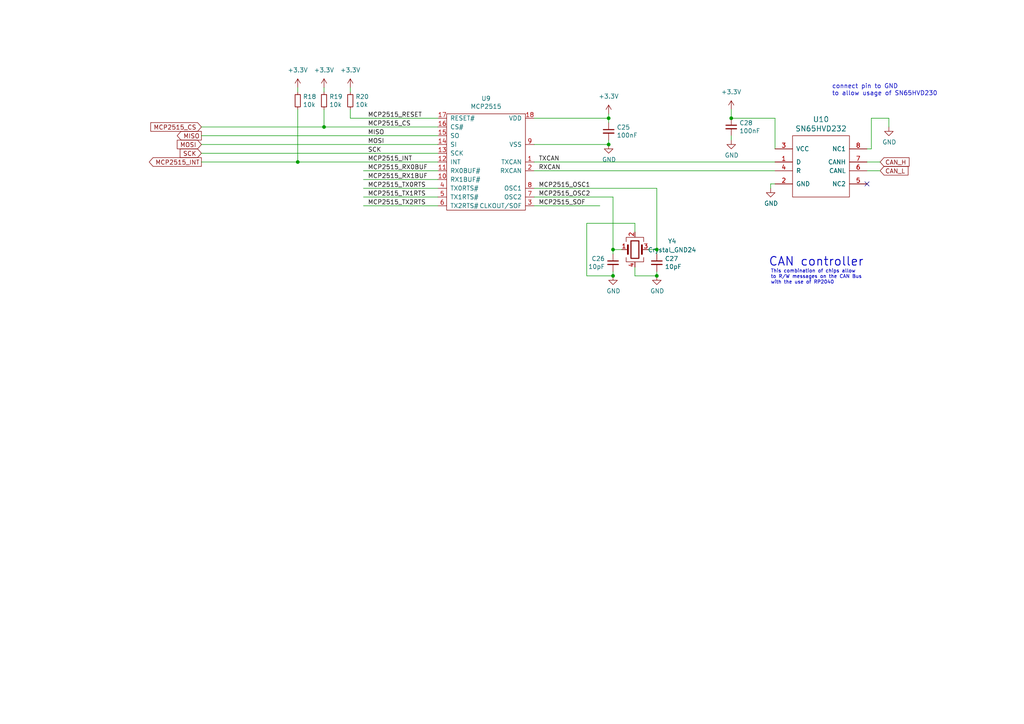
<source format=kicad_sch>
(kicad_sch (version 20230121) (generator eeschema)

  (uuid bd38fb17-afe1-4f64-93e2-3f4edd762275)

  (paper "A4")

  (title_block
    (title "Iron Warriors v2.0 ")
    (date "2023-08-01")
    (rev "1.1")
  )

  (lib_symbols
    (symbol "Device:C_Small" (pin_numbers hide) (pin_names (offset 0.254) hide) (in_bom yes) (on_board yes)
      (property "Reference" "C" (at 0.254 1.778 0)
        (effects (font (size 1.27 1.27)) (justify left))
      )
      (property "Value" "C_Small" (at 0.254 -2.032 0)
        (effects (font (size 1.27 1.27)) (justify left))
      )
      (property "Footprint" "" (at 0 0 0)
        (effects (font (size 1.27 1.27)) hide)
      )
      (property "Datasheet" "~" (at 0 0 0)
        (effects (font (size 1.27 1.27)) hide)
      )
      (property "ki_keywords" "capacitor cap" (at 0 0 0)
        (effects (font (size 1.27 1.27)) hide)
      )
      (property "ki_description" "Unpolarized capacitor, small symbol" (at 0 0 0)
        (effects (font (size 1.27 1.27)) hide)
      )
      (property "ki_fp_filters" "C_*" (at 0 0 0)
        (effects (font (size 1.27 1.27)) hide)
      )
      (symbol "C_Small_0_1"
        (polyline
          (pts
            (xy -1.524 -0.508)
            (xy 1.524 -0.508)
          )
          (stroke (width 0.3302) (type default))
          (fill (type none))
        )
        (polyline
          (pts
            (xy -1.524 0.508)
            (xy 1.524 0.508)
          )
          (stroke (width 0.3048) (type default))
          (fill (type none))
        )
      )
      (symbol "C_Small_1_1"
        (pin passive line (at 0 2.54 270) (length 2.032)
          (name "~" (effects (font (size 1.27 1.27))))
          (number "1" (effects (font (size 1.27 1.27))))
        )
        (pin passive line (at 0 -2.54 90) (length 2.032)
          (name "~" (effects (font (size 1.27 1.27))))
          (number "2" (effects (font (size 1.27 1.27))))
        )
      )
    )
    (symbol "Device:Crystal_GND24" (pin_names (offset 1.016) hide) (in_bom yes) (on_board yes)
      (property "Reference" "Y" (at 3.175 5.08 0)
        (effects (font (size 1.27 1.27)) (justify left))
      )
      (property "Value" "Crystal_GND24" (at 3.175 3.175 0)
        (effects (font (size 1.27 1.27)) (justify left))
      )
      (property "Footprint" "" (at 0 0 0)
        (effects (font (size 1.27 1.27)) hide)
      )
      (property "Datasheet" "~" (at 0 0 0)
        (effects (font (size 1.27 1.27)) hide)
      )
      (property "ki_keywords" "quartz ceramic resonator oscillator" (at 0 0 0)
        (effects (font (size 1.27 1.27)) hide)
      )
      (property "ki_description" "Four pin crystal, GND on pins 2 and 4" (at 0 0 0)
        (effects (font (size 1.27 1.27)) hide)
      )
      (property "ki_fp_filters" "Crystal*" (at 0 0 0)
        (effects (font (size 1.27 1.27)) hide)
      )
      (symbol "Crystal_GND24_0_1"
        (rectangle (start -1.143 2.54) (end 1.143 -2.54)
          (stroke (width 0.3048) (type default))
          (fill (type none))
        )
        (polyline
          (pts
            (xy -2.54 0)
            (xy -2.032 0)
          )
          (stroke (width 0) (type default))
          (fill (type none))
        )
        (polyline
          (pts
            (xy -2.032 -1.27)
            (xy -2.032 1.27)
          )
          (stroke (width 0.508) (type default))
          (fill (type none))
        )
        (polyline
          (pts
            (xy 0 -3.81)
            (xy 0 -3.556)
          )
          (stroke (width 0) (type default))
          (fill (type none))
        )
        (polyline
          (pts
            (xy 0 3.556)
            (xy 0 3.81)
          )
          (stroke (width 0) (type default))
          (fill (type none))
        )
        (polyline
          (pts
            (xy 2.032 -1.27)
            (xy 2.032 1.27)
          )
          (stroke (width 0.508) (type default))
          (fill (type none))
        )
        (polyline
          (pts
            (xy 2.032 0)
            (xy 2.54 0)
          )
          (stroke (width 0) (type default))
          (fill (type none))
        )
        (polyline
          (pts
            (xy -2.54 -2.286)
            (xy -2.54 -3.556)
            (xy 2.54 -3.556)
            (xy 2.54 -2.286)
          )
          (stroke (width 0) (type default))
          (fill (type none))
        )
        (polyline
          (pts
            (xy -2.54 2.286)
            (xy -2.54 3.556)
            (xy 2.54 3.556)
            (xy 2.54 2.286)
          )
          (stroke (width 0) (type default))
          (fill (type none))
        )
      )
      (symbol "Crystal_GND24_1_1"
        (pin passive line (at -3.81 0 0) (length 1.27)
          (name "1" (effects (font (size 1.27 1.27))))
          (number "1" (effects (font (size 1.27 1.27))))
        )
        (pin passive line (at 0 5.08 270) (length 1.27)
          (name "2" (effects (font (size 1.27 1.27))))
          (number "2" (effects (font (size 1.27 1.27))))
        )
        (pin passive line (at 3.81 0 180) (length 1.27)
          (name "3" (effects (font (size 1.27 1.27))))
          (number "3" (effects (font (size 1.27 1.27))))
        )
        (pin passive line (at 0 -5.08 90) (length 1.27)
          (name "4" (effects (font (size 1.27 1.27))))
          (number "4" (effects (font (size 1.27 1.27))))
        )
      )
    )
    (symbol "Device:R_Small" (pin_numbers hide) (pin_names (offset 0.254) hide) (in_bom yes) (on_board yes)
      (property "Reference" "R" (at 0.762 0.508 0)
        (effects (font (size 1.27 1.27)) (justify left))
      )
      (property "Value" "R_Small" (at 0.762 -1.016 0)
        (effects (font (size 1.27 1.27)) (justify left))
      )
      (property "Footprint" "" (at 0 0 0)
        (effects (font (size 1.27 1.27)) hide)
      )
      (property "Datasheet" "~" (at 0 0 0)
        (effects (font (size 1.27 1.27)) hide)
      )
      (property "ki_keywords" "R resistor" (at 0 0 0)
        (effects (font (size 1.27 1.27)) hide)
      )
      (property "ki_description" "Resistor, small symbol" (at 0 0 0)
        (effects (font (size 1.27 1.27)) hide)
      )
      (property "ki_fp_filters" "R_*" (at 0 0 0)
        (effects (font (size 1.27 1.27)) hide)
      )
      (symbol "R_Small_0_1"
        (rectangle (start -0.762 1.778) (end 0.762 -1.778)
          (stroke (width 0.2032) (type default))
          (fill (type none))
        )
      )
      (symbol "R_Small_1_1"
        (pin passive line (at 0 2.54 270) (length 0.762)
          (name "~" (effects (font (size 1.27 1.27))))
          (number "1" (effects (font (size 1.27 1.27))))
        )
        (pin passive line (at 0 -2.54 90) (length 0.762)
          (name "~" (effects (font (size 1.27 1.27))))
          (number "2" (effects (font (size 1.27 1.27))))
        )
      )
    )
    (symbol "OpenCyphalPicoBase-rescue:GND-power-supply" (power) (pin_names (offset 0)) (in_bom yes) (on_board yes)
      (property "Reference" "#PWR" (at 0 -6.35 0)
        (effects (font (size 1.27 1.27)) hide)
      )
      (property "Value" "GND-power-supply" (at 0 -3.81 0)
        (effects (font (size 1.27 1.27)))
      )
      (property "Footprint" "" (at 0 0 0)
        (effects (font (size 1.27 1.27)))
      )
      (property "Datasheet" "" (at 0 0 0)
        (effects (font (size 1.27 1.27)))
      )
      (symbol "GND-power-supply_0_1"
        (polyline
          (pts
            (xy 0 0)
            (xy 0 -1.27)
            (xy 1.27 -1.27)
            (xy 0 -2.54)
            (xy -1.27 -1.27)
            (xy 0 -1.27)
          )
          (stroke (width 0) (type default))
          (fill (type none))
        )
      )
      (symbol "GND-power-supply_1_1"
        (pin power_in line (at 0 0 270) (length 0) hide
          (name "GND" (effects (font (size 1.27 1.27))))
          (number "1" (effects (font (size 1.27 1.27))))
        )
      )
    )
    (symbol "OpenCyphalPicoBase-rescue:MCP2515-IC_transceiver_can" (pin_names (offset 1.016)) (in_bom yes) (on_board yes)
      (property "Reference" "U" (at 0 15.24 0)
        (effects (font (size 1.27 1.27)))
      )
      (property "Value" "MCP2515-IC_transceiver_can" (at 0 -15.24 0)
        (effects (font (size 1.27 1.27)))
      )
      (property "Footprint" "SOIC:SOIC-18_7.5x11.6mm_Pitch1.27mm" (at 0 0 0)
        (effects (font (size 1.27 1.27)) hide)
      )
      (property "Datasheet" "" (at 0 0 0)
        (effects (font (size 1.27 1.27)) hide)
      )
      (symbol "MCP2515-IC_transceiver_can_0_1"
        (rectangle (start -11.43 13.97) (end 11.43 -13.97)
          (stroke (width 0) (type default))
          (fill (type none))
        )
      )
      (symbol "MCP2515-IC_transceiver_can_1_1"
        (pin input line (at 13.97 0 180) (length 2.54)
          (name "TXCAN" (effects (font (size 1.27 1.27))))
          (number "1" (effects (font (size 1.27 1.27))))
        )
        (pin input line (at -13.97 -5.08 0) (length 2.54)
          (name "RX1BUF#" (effects (font (size 1.27 1.27))))
          (number "10" (effects (font (size 1.27 1.27))))
        )
        (pin input line (at -13.97 -2.54 0) (length 2.54)
          (name "RX0BUF#" (effects (font (size 1.27 1.27))))
          (number "11" (effects (font (size 1.27 1.27))))
        )
        (pin input line (at -13.97 0 0) (length 2.54)
          (name "INT" (effects (font (size 1.27 1.27))))
          (number "12" (effects (font (size 1.27 1.27))))
        )
        (pin input line (at -13.97 2.54 0) (length 2.54)
          (name "SCK" (effects (font (size 1.27 1.27))))
          (number "13" (effects (font (size 1.27 1.27))))
        )
        (pin input line (at -13.97 5.08 0) (length 2.54)
          (name "SI" (effects (font (size 1.27 1.27))))
          (number "14" (effects (font (size 1.27 1.27))))
        )
        (pin input line (at -13.97 7.62 0) (length 2.54)
          (name "SO" (effects (font (size 1.27 1.27))))
          (number "15" (effects (font (size 1.27 1.27))))
        )
        (pin input line (at -13.97 10.16 0) (length 2.54)
          (name "CS#" (effects (font (size 1.27 1.27))))
          (number "16" (effects (font (size 1.27 1.27))))
        )
        (pin input line (at -13.97 12.7 0) (length 2.54)
          (name "RESET#" (effects (font (size 1.27 1.27))))
          (number "17" (effects (font (size 1.27 1.27))))
        )
        (pin input line (at 13.97 12.7 180) (length 2.54)
          (name "VDD" (effects (font (size 1.27 1.27))))
          (number "18" (effects (font (size 1.27 1.27))))
        )
        (pin input line (at 13.97 -2.54 180) (length 2.54)
          (name "RXCAN" (effects (font (size 1.27 1.27))))
          (number "2" (effects (font (size 1.27 1.27))))
        )
        (pin input line (at 13.97 -12.7 180) (length 2.54)
          (name "CLKOUT/SOF" (effects (font (size 1.27 1.27))))
          (number "3" (effects (font (size 1.27 1.27))))
        )
        (pin input line (at -13.97 -7.62 0) (length 2.54)
          (name "TX0RTS#" (effects (font (size 1.27 1.27))))
          (number "4" (effects (font (size 1.27 1.27))))
        )
        (pin input line (at -13.97 -10.16 0) (length 2.54)
          (name "TX1RTS#" (effects (font (size 1.27 1.27))))
          (number "5" (effects (font (size 1.27 1.27))))
        )
        (pin input line (at -13.97 -12.7 0) (length 2.54)
          (name "TX2RTS#" (effects (font (size 1.27 1.27))))
          (number "6" (effects (font (size 1.27 1.27))))
        )
        (pin input line (at 13.97 -10.16 180) (length 2.54)
          (name "OSC2" (effects (font (size 1.27 1.27))))
          (number "7" (effects (font (size 1.27 1.27))))
        )
        (pin input line (at 13.97 -7.62 180) (length 2.54)
          (name "OSC1" (effects (font (size 1.27 1.27))))
          (number "8" (effects (font (size 1.27 1.27))))
        )
        (pin input line (at 13.97 5.08 180) (length 2.54)
          (name "VSS" (effects (font (size 1.27 1.27))))
          (number "9" (effects (font (size 1.27 1.27))))
        )
      )
    )
    (symbol "OpenCyphalPicoBase-rescue:SN65HVD232-CAN-transceiver" (pin_names (offset 1.016)) (in_bom yes) (on_board yes)
      (property "Reference" "U" (at 12.7 16.51 0)
        (effects (font (size 1.524 1.524)))
      )
      (property "Value" "SN65HVD232-CAN-transceiver" (at 12.7 1.27 0)
        (effects (font (size 1.524 1.524)))
      )
      (property "Footprint" "SOIC:SOIJ-8_5.3x5.3mm_Pitch1.27mm" (at 21.59 -1.27 0)
        (effects (font (size 1.524 1.524)) hide)
      )
      (property "Datasheet" "" (at 0 3.81 0)
        (effects (font (size 1.524 1.524)))
      )
      (symbol "SN65HVD232-CAN-transceiver_0_1"
        (rectangle (start 5.08 17.78) (end 21.59 0)
          (stroke (width 0) (type default))
          (fill (type none))
        )
      )
      (symbol "SN65HVD232-CAN-transceiver_1_1"
        (pin output line (at 0 10.16 0) (length 5.08)
          (name "D" (effects (font (size 1.27 1.27))))
          (number "1" (effects (font (size 1.27 1.27))))
        )
        (pin power_in line (at 0 3.81 0) (length 5.08)
          (name "GND" (effects (font (size 1.27 1.27))))
          (number "2" (effects (font (size 1.27 1.27))))
        )
        (pin power_in line (at 0 13.97 0) (length 5.08)
          (name "VCC" (effects (font (size 1.27 1.27))))
          (number "3" (effects (font (size 1.27 1.27))))
        )
        (pin input line (at 0 7.62 0) (length 5.08)
          (name "R" (effects (font (size 1.27 1.27))))
          (number "4" (effects (font (size 1.27 1.27))))
        )
        (pin bidirectional line (at 26.67 3.81 180) (length 5.08)
          (name "NC2" (effects (font (size 1.27 1.27))))
          (number "5" (effects (font (size 1.27 1.27))))
        )
        (pin bidirectional line (at 26.67 7.62 180) (length 5.08)
          (name "CANL" (effects (font (size 1.27 1.27))))
          (number "6" (effects (font (size 1.27 1.27))))
        )
        (pin bidirectional line (at 26.67 10.16 180) (length 5.08)
          (name "CANH" (effects (font (size 1.27 1.27))))
          (number "7" (effects (font (size 1.27 1.27))))
        )
        (pin bidirectional line (at 26.67 13.97 180) (length 5.08)
          (name "NC1" (effects (font (size 1.27 1.27))))
          (number "8" (effects (font (size 1.27 1.27))))
        )
      )
    )
    (symbol "power:+3.3V" (power) (pin_names (offset 0)) (in_bom yes) (on_board yes)
      (property "Reference" "#PWR" (at 0 -3.81 0)
        (effects (font (size 1.27 1.27)) hide)
      )
      (property "Value" "+3.3V" (at 0 3.556 0)
        (effects (font (size 1.27 1.27)))
      )
      (property "Footprint" "" (at 0 0 0)
        (effects (font (size 1.27 1.27)) hide)
      )
      (property "Datasheet" "" (at 0 0 0)
        (effects (font (size 1.27 1.27)) hide)
      )
      (property "ki_keywords" "power-flag" (at 0 0 0)
        (effects (font (size 1.27 1.27)) hide)
      )
      (property "ki_description" "Power symbol creates a global label with name \"+3.3V\"" (at 0 0 0)
        (effects (font (size 1.27 1.27)) hide)
      )
      (symbol "+3.3V_0_1"
        (polyline
          (pts
            (xy -0.762 1.27)
            (xy 0 2.54)
          )
          (stroke (width 0) (type default))
          (fill (type none))
        )
        (polyline
          (pts
            (xy 0 0)
            (xy 0 2.54)
          )
          (stroke (width 0) (type default))
          (fill (type none))
        )
        (polyline
          (pts
            (xy 0 2.54)
            (xy 0.762 1.27)
          )
          (stroke (width 0) (type default))
          (fill (type none))
        )
      )
      (symbol "+3.3V_1_1"
        (pin power_in line (at 0 0 90) (length 0) hide
          (name "+3.3V" (effects (font (size 1.27 1.27))))
          (number "1" (effects (font (size 1.27 1.27))))
        )
      )
    )
  )

  (junction (at 176.53 34.29) (diameter 0) (color 0 0 0 0)
    (uuid 22fc15fc-0f73-4968-a1a2-7be3419ee98c)
  )
  (junction (at 176.53 41.91) (diameter 0) (color 0 0 0 0)
    (uuid 258d3887-60ee-4d9f-a4d9-32b7ac829afa)
  )
  (junction (at 177.8 72.39) (diameter 0) (color 0 0 0 0)
    (uuid 2830982b-1326-44e2-bbe1-5edf40e1d4d2)
  )
  (junction (at 177.8 80.01) (diameter 0) (color 0 0 0 0)
    (uuid 353fdb57-da62-4636-bb33-3d8532c28fbc)
  )
  (junction (at 190.5 72.39) (diameter 0) (color 0 0 0 0)
    (uuid 63d4eba4-7aaf-46e8-8dc0-a9d017aa5415)
  )
  (junction (at 190.5 80.01) (diameter 0) (color 0 0 0 0)
    (uuid 67bf64b4-335b-4d80-860f-b9db1c64c52c)
  )
  (junction (at 86.36 46.99) (diameter 0) (color 0 0 0 0)
    (uuid be526ad7-6a7d-4b21-bb12-81035ddbe99a)
  )
  (junction (at 93.98 36.83) (diameter 0) (color 0 0 0 0)
    (uuid d8ec94eb-d370-482b-ae86-f6ea78307712)
  )
  (junction (at 212.09 34.29) (diameter 0) (color 0 0 0 0)
    (uuid e727d11d-d3d7-48be-ad7e-9a25b03e2631)
  )

  (no_connect (at 251.46 53.34) (uuid 4af21ddd-f3bd-4ce3-9089-d3787278cd24))

  (wire (pts (xy 105.41 54.61) (xy 127 54.61))
    (stroke (width 0) (type default))
    (uuid 0169d3ad-e7aa-4305-9f3f-78cc3540ecfa)
  )
  (wire (pts (xy 224.79 53.34) (xy 223.52 53.34))
    (stroke (width 0) (type default))
    (uuid 1031f989-a1a6-4358-8ca6-dd3f5472d548)
  )
  (wire (pts (xy 58.42 46.99) (xy 86.36 46.99))
    (stroke (width 0) (type default))
    (uuid 1e882897-7f8f-4d71-ab7d-7ff206230c68)
  )
  (wire (pts (xy 255.27 46.99) (xy 251.46 46.99))
    (stroke (width 0) (type default))
    (uuid 1f2498c0-4ecf-41e1-a538-dccae7e4b1b3)
  )
  (wire (pts (xy 176.53 35.56) (xy 176.53 34.29))
    (stroke (width 0) (type default))
    (uuid 1faaffd4-19c9-4124-bbb7-618e6ab218ec)
  )
  (wire (pts (xy 177.8 73.66) (xy 177.8 72.39))
    (stroke (width 0) (type default))
    (uuid 241dc93a-b8d4-4ca1-99db-eba252d22fca)
  )
  (wire (pts (xy 223.52 53.34) (xy 223.52 54.61))
    (stroke (width 0) (type default))
    (uuid 262f51e8-8f97-41b7-898f-256c9969f232)
  )
  (wire (pts (xy 154.94 46.99) (xy 224.79 46.99))
    (stroke (width 0) (type default))
    (uuid 2c08f697-687a-48b0-8075-064abacb7f14)
  )
  (wire (pts (xy 184.15 80.01) (xy 190.5 80.01))
    (stroke (width 0) (type default))
    (uuid 2ca09fd0-d17c-45ec-8eaa-44b0073918f1)
  )
  (wire (pts (xy 154.94 54.61) (xy 190.5 54.61))
    (stroke (width 0) (type default))
    (uuid 2ec0e850-964a-453f-9dcd-38fab8df1fcc)
  )
  (wire (pts (xy 154.94 34.29) (xy 176.53 34.29))
    (stroke (width 0) (type default))
    (uuid 2f72fb1d-4cec-4eae-a61e-e78532199a5a)
  )
  (wire (pts (xy 86.36 31.75) (xy 86.36 46.99))
    (stroke (width 0) (type default))
    (uuid 31527ea3-071a-4ca7-98ea-ad9649ef481f)
  )
  (wire (pts (xy 86.36 46.99) (xy 127 46.99))
    (stroke (width 0) (type default))
    (uuid 33cc621b-9de0-4458-9df5-2ec5f2dc1417)
  )
  (wire (pts (xy 93.98 31.75) (xy 93.98 36.83))
    (stroke (width 0) (type default))
    (uuid 3b48ee32-981f-4686-aad5-c1754b9fc822)
  )
  (wire (pts (xy 154.94 57.15) (xy 177.8 57.15))
    (stroke (width 0) (type default))
    (uuid 438e7fbb-541c-4167-9043-346a4444a445)
  )
  (wire (pts (xy 177.8 78.74) (xy 177.8 80.01))
    (stroke (width 0) (type default))
    (uuid 4611eb1d-e064-4c40-b975-f3837856d8bc)
  )
  (wire (pts (xy 212.09 31.75) (xy 212.09 34.29))
    (stroke (width 0) (type default))
    (uuid 479ca1cc-9bd2-442e-8ac0-9803bd975949)
  )
  (wire (pts (xy 93.98 26.67) (xy 93.98 25.4))
    (stroke (width 0) (type default))
    (uuid 4ed50ba3-d133-4bcb-8474-6d352ca294a9)
  )
  (wire (pts (xy 190.5 72.39) (xy 187.96 72.39))
    (stroke (width 0) (type default))
    (uuid 511bf13e-aba9-4ed8-8b9d-292b2684b094)
  )
  (wire (pts (xy 101.6 34.29) (xy 101.6 31.75))
    (stroke (width 0) (type default))
    (uuid 5c60128b-a87a-4e60-9f81-0ba4d1330754)
  )
  (wire (pts (xy 101.6 34.29) (xy 127 34.29))
    (stroke (width 0) (type default))
    (uuid 5e00321c-9ffe-486c-a5b4-3059f3cdb3a5)
  )
  (wire (pts (xy 105.41 49.53) (xy 127 49.53))
    (stroke (width 0) (type default))
    (uuid 5f29c22d-cf90-45c8-969f-ec4bd443ec4f)
  )
  (wire (pts (xy 86.36 26.67) (xy 86.36 25.4))
    (stroke (width 0) (type default))
    (uuid 6212cfb6-97b4-40e8-8e52-8ac4d24db0b9)
  )
  (wire (pts (xy 184.15 77.47) (xy 184.15 80.01))
    (stroke (width 0) (type default))
    (uuid 635ab9de-9b38-4a24-8728-2f3b7365a443)
  )
  (wire (pts (xy 257.81 34.29) (xy 257.81 36.83))
    (stroke (width 0) (type default))
    (uuid 6b7602ef-ee13-47bb-b7c0-a319415daff4)
  )
  (wire (pts (xy 177.8 57.15) (xy 177.8 72.39))
    (stroke (width 0) (type default))
    (uuid 6da27df7-842a-4a69-a8f0-a5bc56e2f1b0)
  )
  (wire (pts (xy 176.53 34.29) (xy 176.53 33.02))
    (stroke (width 0) (type default))
    (uuid 6db8f2ca-f5e7-4ccf-91d9-2918c6645d3e)
  )
  (wire (pts (xy 190.5 54.61) (xy 190.5 72.39))
    (stroke (width 0) (type default))
    (uuid 6e2ebb34-5880-4b77-96b4-d28f661741e1)
  )
  (wire (pts (xy 105.41 52.07) (xy 127 52.07))
    (stroke (width 0) (type default))
    (uuid 83d498b0-cf10-4c12-8b0d-da901c547256)
  )
  (wire (pts (xy 252.73 34.29) (xy 257.81 34.29))
    (stroke (width 0) (type default))
    (uuid 83fa270c-2d2e-40ab-9b64-d3c455500ac2)
  )
  (wire (pts (xy 58.42 36.83) (xy 93.98 36.83))
    (stroke (width 0) (type default))
    (uuid 84e7936f-f573-43a4-89ff-a4f57b1ff7ff)
  )
  (wire (pts (xy 190.5 78.74) (xy 190.5 80.01))
    (stroke (width 0) (type default))
    (uuid 87da5c4c-3414-4175-9a5e-971b5abc0aa2)
  )
  (wire (pts (xy 184.15 64.77) (xy 170.18 64.77))
    (stroke (width 0) (type default))
    (uuid 880d1670-b334-41fe-bb04-080aacc1e86d)
  )
  (wire (pts (xy 173.99 59.69) (xy 154.94 59.69))
    (stroke (width 0) (type default))
    (uuid 8a6975e2-cdf5-4dc0-9480-f9e217441432)
  )
  (wire (pts (xy 184.15 67.31) (xy 184.15 64.77))
    (stroke (width 0) (type default))
    (uuid 8fe29e86-85f9-4607-a95d-adf0e4407df5)
  )
  (wire (pts (xy 101.6 26.67) (xy 101.6 25.4))
    (stroke (width 0) (type default))
    (uuid 997e81f9-f4fc-4e6a-b9cf-4612a8265d1f)
  )
  (wire (pts (xy 212.09 34.29) (xy 224.79 34.29))
    (stroke (width 0) (type default))
    (uuid 9b2a5caa-b343-4a2e-8985-60efbdb8fdb3)
  )
  (wire (pts (xy 255.27 49.53) (xy 251.46 49.53))
    (stroke (width 0) (type default))
    (uuid b0708293-6452-464b-b363-20db2c7e594d)
  )
  (wire (pts (xy 154.94 41.91) (xy 176.53 41.91))
    (stroke (width 0) (type default))
    (uuid b8c179c8-3c10-4952-8461-ace22d4c406a)
  )
  (wire (pts (xy 93.98 36.83) (xy 127 36.83))
    (stroke (width 0) (type default))
    (uuid bad65268-01fd-473e-9cc1-2d9d831c8f1a)
  )
  (wire (pts (xy 105.41 59.69) (xy 127 59.69))
    (stroke (width 0) (type default))
    (uuid c2e4c2f2-42d2-4741-945f-13a992435829)
  )
  (wire (pts (xy 252.73 43.18) (xy 252.73 34.29))
    (stroke (width 0) (type default))
    (uuid c59c19f2-f784-4e89-9084-9dc486fa1b5d)
  )
  (wire (pts (xy 190.5 73.66) (xy 190.5 72.39))
    (stroke (width 0) (type default))
    (uuid c99f82e3-37bb-49d8-9c9e-1a734ba812c6)
  )
  (wire (pts (xy 224.79 34.29) (xy 224.79 43.18))
    (stroke (width 0) (type default))
    (uuid ca9090b3-7970-455c-bf85-c58a805ecd27)
  )
  (wire (pts (xy 58.42 39.37) (xy 127 39.37))
    (stroke (width 0) (type default))
    (uuid cb7318bc-6ee6-4ab7-bdcd-5ae1dad1525d)
  )
  (wire (pts (xy 105.41 57.15) (xy 127 57.15))
    (stroke (width 0) (type default))
    (uuid ce3075ce-8b5f-4f40-a53d-e235cbc4934e)
  )
  (wire (pts (xy 170.18 64.77) (xy 170.18 80.01))
    (stroke (width 0) (type default))
    (uuid d112873e-eba2-422e-a0ff-225866be706a)
  )
  (wire (pts (xy 154.94 49.53) (xy 224.79 49.53))
    (stroke (width 0) (type default))
    (uuid d3657fd4-9b60-4a81-a5b6-447a5cbb697f)
  )
  (wire (pts (xy 212.09 40.64) (xy 212.09 39.37))
    (stroke (width 0) (type default))
    (uuid d569b9ee-6a11-442d-a0ff-0fcdd1359346)
  )
  (wire (pts (xy 58.42 44.45) (xy 127 44.45))
    (stroke (width 0) (type default))
    (uuid db0cd1a3-e32f-4c82-b285-1817c2178ca9)
  )
  (wire (pts (xy 177.8 72.39) (xy 180.34 72.39))
    (stroke (width 0) (type default))
    (uuid dd5b12d1-b0f2-4403-808d-229a953b0a80)
  )
  (wire (pts (xy 251.46 43.18) (xy 252.73 43.18))
    (stroke (width 0) (type default))
    (uuid e88fbc4e-b797-460b-b941-5c8db46fd0aa)
  )
  (wire (pts (xy 170.18 80.01) (xy 177.8 80.01))
    (stroke (width 0) (type default))
    (uuid f82d67b0-2ae9-40e2-8652-c1166397d570)
  )
  (wire (pts (xy 176.53 41.91) (xy 176.53 40.64))
    (stroke (width 0) (type default))
    (uuid fa9aed42-6cea-4563-ab90-3d7d01ed52e6)
  )
  (wire (pts (xy 58.42 41.91) (xy 127 41.91))
    (stroke (width 0) (type default))
    (uuid fe4f1461-e715-46ea-8cba-47de8ed780e6)
  )

  (text "CAN controller\n" (at 222.885 77.47 0)
    (effects (font (size 2.5 2.5) (thickness 0.254) bold) (justify left bottom))
    (uuid 3ff24fee-a8c1-400f-af66-26953bd4b1b2)
  )
  (text "This combination of chips allow\nto R/W messages on the CAN Bus \nwith the use of RP2040"
    (at 223.52 82.55 0)
    (effects (font (size 1 1)) (justify left bottom))
    (uuid 5d4844a4-a481-4a61-ab1f-b70b16945b96)
  )
  (text "connect pin to GND\nto allow usage of SN65HVD230" (at 241.3 27.94 0)
    (effects (font (size 1.27 1.27)) (justify left bottom))
    (uuid ff51610b-d65d-4d74-a0c0-b73b1cfffeec)
  )

  (label "SCK" (at 106.68 44.45 0) (fields_autoplaced)
    (effects (font (size 1.27 1.27)) (justify left bottom))
    (uuid 05d53506-dd31-492a-9248-d665ca9f74fa)
  )
  (label "MCP2515_RX0BUF" (at 106.68 49.53 0) (fields_autoplaced)
    (effects (font (size 1.27 1.27)) (justify left bottom))
    (uuid 1b3519e6-907d-423c-b310-5f15fe6b714c)
  )
  (label "TXCAN" (at 156.21 46.99 0) (fields_autoplaced)
    (effects (font (size 1.27 1.27)) (justify left bottom))
    (uuid 2e9c7cd4-27ac-49da-932d-c2a610f28b77)
  )
  (label "MOSI" (at 106.68 41.91 0) (fields_autoplaced)
    (effects (font (size 1.27 1.27)) (justify left bottom))
    (uuid 3c54dd15-f1fb-4eb9-b898-04f33737d61e)
  )
  (label "MCP2515_INT" (at 106.68 46.99 0) (fields_autoplaced)
    (effects (font (size 1.27 1.27)) (justify left bottom))
    (uuid 485b5504-264d-455a-87cf-d875d6b21f57)
  )
  (label "MCP2515_OSC1" (at 156.21 54.61 0) (fields_autoplaced)
    (effects (font (size 1.27 1.27)) (justify left bottom))
    (uuid 59ed06dc-ef06-4341-9c98-f0eedd9af565)
  )
  (label "MCP2515_RX1BUF" (at 106.68 52.07 0) (fields_autoplaced)
    (effects (font (size 1.27 1.27)) (justify left bottom))
    (uuid 6093bb9d-b4f0-4a3e-8e0e-190a50859e85)
  )
  (label "MCP2515_CS" (at 106.68 36.83 0) (fields_autoplaced)
    (effects (font (size 1.27 1.27)) (justify left bottom))
    (uuid 72cf6ebd-ffbd-498e-b1cf-2935a5571ff8)
  )
  (label "MCP2515_TX1RTS" (at 106.68 57.15 0) (fields_autoplaced)
    (effects (font (size 1.27 1.27)) (justify left bottom))
    (uuid 7328f0c1-e4a7-46c9-aed7-c73e290944cd)
  )
  (label "MCP2515_TX2RTS" (at 106.68 59.69 0) (fields_autoplaced)
    (effects (font (size 1.27 1.27)) (justify left bottom))
    (uuid 911b1818-b9ab-4e7a-a83d-c77596be2ac2)
  )
  (label "MCP2515_OSC2" (at 156.21 57.15 0) (fields_autoplaced)
    (effects (font (size 1.27 1.27)) (justify left bottom))
    (uuid b087e307-c04f-41e2-9ad2-94d0b06cc07f)
  )
  (label "MCP2515_TX0RTS" (at 106.68 54.61 0) (fields_autoplaced)
    (effects (font (size 1.27 1.27)) (justify left bottom))
    (uuid d3a46371-9db2-47c8-a68f-ce17f6cf7798)
  )
  (label "MCP2515_RESET" (at 106.68 34.29 0) (fields_autoplaced)
    (effects (font (size 1.27 1.27)) (justify left bottom))
    (uuid e0bd3652-1255-4561-a912-3dbd8d5a55ae)
  )
  (label "MISO" (at 106.68 39.37 0) (fields_autoplaced)
    (effects (font (size 1.27 1.27)) (justify left bottom))
    (uuid f054877f-59b2-4e32-8fb2-7642753321ab)
  )
  (label "RXCAN" (at 156.21 49.53 0) (fields_autoplaced)
    (effects (font (size 1.27 1.27)) (justify left bottom))
    (uuid f39aaeec-ec54-4cbf-a9be-6ee2635a0824)
  )
  (label "MCP2515_SOF" (at 156.21 59.69 0) (fields_autoplaced)
    (effects (font (size 1.27 1.27)) (justify left bottom))
    (uuid f94a24e5-686c-4aee-b19c-dee4253f4f23)
  )

  (global_label "MCP2515_CS" (shape input) (at 58.42 36.83 180) (fields_autoplaced)
    (effects (font (size 1.27 1.27)) (justify right))
    (uuid 2d700896-86bf-496a-af89-8fb438a94819)
    (property "Intersheetrefs" "${INTERSHEET_REFS}" (at 0 0 0)
      (effects (font (size 1.27 1.27)) hide)
    )
    (property "Referenzen zwischen Schaltplänen" "${INTERSHEET_REFS}" (at 13.97 -8.89 0)
      (effects (font (size 1.27 1.27)) hide)
    )
  )
  (global_label "CAN_H" (shape input) (at 255.27 46.99 0) (fields_autoplaced)
    (effects (font (size 1.27 1.27)) (justify left))
    (uuid 581326c1-a8b7-4708-a627-260be91132d1)
    (property "Intersheetrefs" "${INTERSHEET_REFS}" (at 263.6702 46.9106 0)
      (effects (font (size 1.27 1.27)) (justify left) hide)
    )
  )
  (global_label "MCP2515_INT" (shape output) (at 58.42 46.99 180) (fields_autoplaced)
    (effects (font (size 1.27 1.27)) (justify right))
    (uuid 64cb58ca-bdf0-4c1e-9e04-42f3a04f9e3b)
    (property "Intersheetrefs" "${INTERSHEET_REFS}" (at 0 0 0)
      (effects (font (size 1.27 1.27)) hide)
    )
    (property "Referenzen zwischen Schaltplänen" "${INTERSHEET_REFS}" (at 13.97 -8.89 0)
      (effects (font (size 1.27 1.27)) hide)
    )
  )
  (global_label "MISO" (shape output) (at 58.42 39.37 180) (fields_autoplaced)
    (effects (font (size 1.27 1.27)) (justify right))
    (uuid 7a2016b6-e542-4981-b813-5595d40eb68a)
    (property "Intersheetrefs" "${INTERSHEET_REFS}" (at 0 0 0)
      (effects (font (size 1.27 1.27)) hide)
    )
    (property "Referenzen zwischen Schaltplänen" "${INTERSHEET_REFS}" (at 13.97 -8.89 0)
      (effects (font (size 1.27 1.27)) hide)
    )
  )
  (global_label "MOSI" (shape input) (at 58.42 41.91 180) (fields_autoplaced)
    (effects (font (size 1.27 1.27)) (justify right))
    (uuid 81119b59-b7fd-4785-b175-26a854e6ba42)
    (property "Intersheetrefs" "${INTERSHEET_REFS}" (at 0 0 0)
      (effects (font (size 1.27 1.27)) hide)
    )
    (property "Referenzen zwischen Schaltplänen" "${INTERSHEET_REFS}" (at 13.97 -8.89 0)
      (effects (font (size 1.27 1.27)) hide)
    )
  )
  (global_label "SCK" (shape input) (at 58.42 44.45 180) (fields_autoplaced)
    (effects (font (size 1.27 1.27)) (justify right))
    (uuid c3bf1ad8-352a-416c-9b34-0f8d78eb564a)
    (property "Intersheetrefs" "${INTERSHEET_REFS}" (at 0 0 0)
      (effects (font (size 1.27 1.27)) hide)
    )
    (property "Referenzen zwischen Schaltplänen" "${INTERSHEET_REFS}" (at 13.97 -8.89 0)
      (effects (font (size 1.27 1.27)) hide)
    )
  )
  (global_label "CAN_L" (shape input) (at 255.27 49.53 0) (fields_autoplaced)
    (effects (font (size 1.27 1.27)) (justify left))
    (uuid de94f00b-4ac8-41dc-b6b5-69551a10bb7b)
    (property "Intersheetrefs" "${INTERSHEET_REFS}" (at 263.3679 49.4506 0)
      (effects (font (size 1.27 1.27)) (justify left) hide)
    )
  )

  (symbol (lib_id "power:+3.3V") (at 93.98 25.4 0) (unit 1)
    (in_bom yes) (on_board yes) (dnp no) (fields_autoplaced)
    (uuid 015e2b77-0c41-4128-99ec-e5d32584a6b0)
    (property "Reference" "#PWR0157" (at 93.98 29.21 0)
      (effects (font (size 1.27 1.27)) hide)
    )
    (property "Value" "+3.3V" (at 93.98 20.32 0)
      (effects (font (size 1.27 1.27)))
    )
    (property "Footprint" "" (at 93.98 25.4 0)
      (effects (font (size 1.27 1.27)) hide)
    )
    (property "Datasheet" "" (at 93.98 25.4 0)
      (effects (font (size 1.27 1.27)) hide)
    )
    (pin "1" (uuid 87cc28f5-c36d-4ab1-a58b-676df74b1529))
    (instances
      (project "IW_board_v2.0"
        (path "/1b406b54-f499-4f1c-a8be-65a408c65757/b7b52878-fe66-484d-b159-40551c46f7bc/3d3401f4-9fc2-4eb9-901a-9453ad25fb69"
          (reference "#PWR0157") (unit 1)
        )
      )
    )
  )

  (symbol (lib_id "OpenCyphalPicoBase-rescue:GND-power-supply") (at 223.52 54.61 0) (unit 1)
    (in_bom yes) (on_board yes) (dnp no)
    (uuid 02e34764-11a6-42c3-9ba6-989825791407)
    (property "Reference" "#PWR0165" (at 223.52 60.96 0)
      (effects (font (size 1.27 1.27)) hide)
    )
    (property "Value" "GND" (at 223.647 59.0042 0)
      (effects (font (size 1.27 1.27)))
    )
    (property "Footprint" "" (at 223.52 54.61 0)
      (effects (font (size 1.27 1.27)))
    )
    (property "Datasheet" "" (at 223.52 54.61 0)
      (effects (font (size 1.27 1.27)))
    )
    (pin "1" (uuid 24fd9c16-881c-4bee-af89-5b67cf84bf15))
    (instances
      (project "IW_board_v2.0"
        (path "/1b406b54-f499-4f1c-a8be-65a408c65757/b7b52878-fe66-484d-b159-40551c46f7bc/3d3401f4-9fc2-4eb9-901a-9453ad25fb69"
          (reference "#PWR0165") (unit 1)
        )
      )
    )
  )

  (symbol (lib_id "Device:C_Small") (at 176.53 38.1 0) (unit 1)
    (in_bom yes) (on_board yes) (dnp no)
    (uuid 0b7da5f3-d5bd-442c-97a6-4b8ef47fd839)
    (property "Reference" "C25" (at 178.8668 36.9316 0)
      (effects (font (size 1.27 1.27)) (justify left))
    )
    (property "Value" "100nF" (at 178.8668 39.243 0)
      (effects (font (size 1.27 1.27)) (justify left))
    )
    (property "Footprint" "Capacitor_SMD:C_0603_1608Metric" (at 176.53 41.91 0)
      (effects (font (size 1.27 1.27)) hide)
    )
    (property "Datasheet" "" (at 176.53 38.1 0)
      (effects (font (size 1.27 1.27)))
    )
    (pin "1" (uuid fcabba42-b2a8-4b21-9581-56e28c49b28c))
    (pin "2" (uuid 9195648e-08ea-4d83-873f-9cb9dd558947))
    (instances
      (project "IW_board_v2.0"
        (path "/1b406b54-f499-4f1c-a8be-65a408c65757/b7b52878-fe66-484d-b159-40551c46f7bc/3d3401f4-9fc2-4eb9-901a-9453ad25fb69"
          (reference "C25") (unit 1)
        )
      )
    )
  )

  (symbol (lib_id "OpenCyphalPicoBase-rescue:GND-power-supply") (at 257.81 36.83 0) (unit 1)
    (in_bom yes) (on_board yes) (dnp no)
    (uuid 17d65cfe-1490-4729-b67f-2d855c18c2df)
    (property "Reference" "#PWR0163" (at 257.81 43.18 0)
      (effects (font (size 1.27 1.27)) hide)
    )
    (property "Value" "GND" (at 257.937 41.2242 0)
      (effects (font (size 1.27 1.27)))
    )
    (property "Footprint" "" (at 257.81 36.83 0)
      (effects (font (size 1.27 1.27)))
    )
    (property "Datasheet" "" (at 257.81 36.83 0)
      (effects (font (size 1.27 1.27)))
    )
    (pin "1" (uuid da500914-b170-48f5-89ab-20df22f85185))
    (instances
      (project "IW_board_v2.0"
        (path "/1b406b54-f499-4f1c-a8be-65a408c65757/b7b52878-fe66-484d-b159-40551c46f7bc/3d3401f4-9fc2-4eb9-901a-9453ad25fb69"
          (reference "#PWR0163") (unit 1)
        )
      )
    )
  )

  (symbol (lib_id "power:+3.3V") (at 86.36 25.4 0) (unit 1)
    (in_bom yes) (on_board yes) (dnp no) (fields_autoplaced)
    (uuid 1db8fd0f-1cab-4be2-97ea-5f4b39660da6)
    (property "Reference" "#PWR0155" (at 86.36 29.21 0)
      (effects (font (size 1.27 1.27)) hide)
    )
    (property "Value" "+3.3V" (at 86.36 20.32 0)
      (effects (font (size 1.27 1.27)))
    )
    (property "Footprint" "" (at 86.36 25.4 0)
      (effects (font (size 1.27 1.27)) hide)
    )
    (property "Datasheet" "" (at 86.36 25.4 0)
      (effects (font (size 1.27 1.27)) hide)
    )
    (pin "1" (uuid 232e629e-3a95-4f2b-b5a5-7a3a13153423))
    (instances
      (project "IW_board_v2.0"
        (path "/1b406b54-f499-4f1c-a8be-65a408c65757/b7b52878-fe66-484d-b159-40551c46f7bc/3d3401f4-9fc2-4eb9-901a-9453ad25fb69"
          (reference "#PWR0155") (unit 1)
        )
      )
    )
  )

  (symbol (lib_id "Device:R_Small") (at 86.36 29.21 0) (unit 1)
    (in_bom yes) (on_board yes) (dnp no)
    (uuid 2495ab6d-dce7-462a-a42c-af6c1b107604)
    (property "Reference" "R18" (at 87.8586 28.0416 0)
      (effects (font (size 1.27 1.27)) (justify left))
    )
    (property "Value" "10k" (at 87.8586 30.353 0)
      (effects (font (size 1.27 1.27)) (justify left))
    )
    (property "Footprint" "Resistor_SMD:R_0603_1608Metric" (at 86.36 33.02 0)
      (effects (font (size 1.27 1.27)) hide)
    )
    (property "Datasheet" "" (at 86.36 29.21 0)
      (effects (font (size 1.27 1.27)))
    )
    (pin "1" (uuid 1b8663ad-24c0-4353-a880-8d6c9f2cedf4))
    (pin "2" (uuid 0cc622e2-1eac-450a-9b6a-85710e11ff4a))
    (instances
      (project "IW_board_v2.0"
        (path "/1b406b54-f499-4f1c-a8be-65a408c65757/b7b52878-fe66-484d-b159-40551c46f7bc/3d3401f4-9fc2-4eb9-901a-9453ad25fb69"
          (reference "R18") (unit 1)
        )
      )
    )
  )

  (symbol (lib_id "Device:C_Small") (at 212.09 36.83 0) (unit 1)
    (in_bom yes) (on_board yes) (dnp no)
    (uuid 3946a042-8062-440c-bab0-1d9a86cf3620)
    (property "Reference" "C28" (at 214.4268 35.6616 0)
      (effects (font (size 1.27 1.27)) (justify left))
    )
    (property "Value" "100nF" (at 214.4268 37.973 0)
      (effects (font (size 1.27 1.27)) (justify left))
    )
    (property "Footprint" "Capacitor_SMD:C_0603_1608Metric" (at 212.09 40.64 0)
      (effects (font (size 1.27 1.27)) hide)
    )
    (property "Datasheet" "" (at 212.09 36.83 0)
      (effects (font (size 1.27 1.27)))
    )
    (pin "1" (uuid b5738e56-d354-4799-83ae-fa25bd753c4c))
    (pin "2" (uuid b5ca2699-72bb-4c74-b7c3-1322344a250d))
    (instances
      (project "IW_board_v2.0"
        (path "/1b406b54-f499-4f1c-a8be-65a408c65757/b7b52878-fe66-484d-b159-40551c46f7bc/3d3401f4-9fc2-4eb9-901a-9453ad25fb69"
          (reference "C28") (unit 1)
        )
      )
    )
  )

  (symbol (lib_id "Device:Crystal_GND24") (at 184.15 72.39 0) (unit 1)
    (in_bom yes) (on_board yes) (dnp no) (fields_autoplaced)
    (uuid 3df91558-7c64-49e9-bd67-16cf2a68d4a0)
    (property "Reference" "Y4" (at 194.945 69.9517 0)
      (effects (font (size 1.27 1.27)))
    )
    (property "Value" "Crystal_GND24" (at 194.945 72.4917 0)
      (effects (font (size 1.27 1.27)))
    )
    (property "Footprint" "" (at 184.15 72.39 0)
      (effects (font (size 1.27 1.27)) hide)
    )
    (property "Datasheet" "~" (at 184.15 72.39 0)
      (effects (font (size 1.27 1.27)) hide)
    )
    (pin "1" (uuid afad5cb4-82d8-4ac2-b884-c81369c66caf))
    (pin "2" (uuid c6152487-ba2d-4687-900c-f6eb64d87c39))
    (pin "3" (uuid dc3bb4aa-0b42-4165-bade-604d8f4e873d))
    (pin "4" (uuid f1033398-815e-4584-857b-ed03093c0f43))
    (instances
      (project "IW_board_v2.0"
        (path "/1b406b54-f499-4f1c-a8be-65a408c65757/b7b52878-fe66-484d-b159-40551c46f7bc"
          (reference "Y4") (unit 1)
        )
        (path "/1b406b54-f499-4f1c-a8be-65a408c65757/b7b52878-fe66-484d-b159-40551c46f7bc/3d3401f4-9fc2-4eb9-901a-9453ad25fb69"
          (reference "Y1") (unit 1)
        )
      )
    )
  )

  (symbol (lib_id "OpenCyphalPicoBase-rescue:GND-power-supply") (at 177.8 80.01 0) (unit 1)
    (in_bom yes) (on_board yes) (dnp no)
    (uuid 4599d1d5-f17d-4e5e-ad96-60602466e310)
    (property "Reference" "#PWR0158" (at 177.8 86.36 0)
      (effects (font (size 1.27 1.27)) hide)
    )
    (property "Value" "GND" (at 177.927 84.4042 0)
      (effects (font (size 1.27 1.27)))
    )
    (property "Footprint" "" (at 177.8 80.01 0)
      (effects (font (size 1.27 1.27)))
    )
    (property "Datasheet" "" (at 177.8 80.01 0)
      (effects (font (size 1.27 1.27)))
    )
    (pin "1" (uuid 412d9810-52e3-403b-86c0-ceb2bfd88f20))
    (instances
      (project "IW_board_v2.0"
        (path "/1b406b54-f499-4f1c-a8be-65a408c65757/b7b52878-fe66-484d-b159-40551c46f7bc/3d3401f4-9fc2-4eb9-901a-9453ad25fb69"
          (reference "#PWR0158") (unit 1)
        )
      )
    )
  )

  (symbol (lib_id "power:+3.3V") (at 176.53 33.02 0) (unit 1)
    (in_bom yes) (on_board yes) (dnp no) (fields_autoplaced)
    (uuid 5b249fab-476b-4688-a1e1-d944ed8cb6e9)
    (property "Reference" "#PWR0162" (at 176.53 36.83 0)
      (effects (font (size 1.27 1.27)) hide)
    )
    (property "Value" "+3.3V" (at 176.53 27.94 0)
      (effects (font (size 1.27 1.27)))
    )
    (property "Footprint" "" (at 176.53 33.02 0)
      (effects (font (size 1.27 1.27)) hide)
    )
    (property "Datasheet" "" (at 176.53 33.02 0)
      (effects (font (size 1.27 1.27)) hide)
    )
    (pin "1" (uuid 7c5bfabf-fdc9-4e01-9223-f7e796475931))
    (instances
      (project "IW_board_v2.0"
        (path "/1b406b54-f499-4f1c-a8be-65a408c65757/b7b52878-fe66-484d-b159-40551c46f7bc/3d3401f4-9fc2-4eb9-901a-9453ad25fb69"
          (reference "#PWR0162") (unit 1)
        )
      )
    )
  )

  (symbol (lib_id "OpenCyphalPicoBase-rescue:SN65HVD232-CAN-transceiver") (at 224.79 57.15 0) (unit 1)
    (in_bom yes) (on_board yes) (dnp no)
    (uuid 6ff3d66b-f1bf-449b-b586-fab672ef63e8)
    (property "Reference" "U10" (at 238.125 34.6202 0)
      (effects (font (size 1.524 1.524)))
    )
    (property "Value" "SN65HVD232" (at 238.125 37.3126 0)
      (effects (font (size 1.524 1.524)))
    )
    (property "Footprint" "Package_SO:SOIC-8_3.9x4.9mm_P1.27mm" (at 246.38 58.42 0)
      (effects (font (size 1.524 1.524)) hide)
    )
    (property "Datasheet" "" (at 224.79 53.34 0)
      (effects (font (size 1.524 1.524)))
    )
    (pin "1" (uuid 74f2221d-4379-4d92-bb97-97311484ed6b))
    (pin "2" (uuid 27167153-9266-4d52-8092-bed8f544b726))
    (pin "3" (uuid a7ddc947-dcea-4d46-b16d-acfc3d029cee))
    (pin "4" (uuid 08559fe9-3b82-475b-ac25-28fef88e9093))
    (pin "5" (uuid ce466d67-5e53-4fdd-8b4d-c0f7bc4485f3))
    (pin "6" (uuid a8741062-03e6-409b-b3f1-ab2f70a0c336))
    (pin "7" (uuid 446885c4-ef83-4470-b03f-be7d571f42a0))
    (pin "8" (uuid 3a38fbce-4c07-4f56-a160-19e90fcecfd7))
    (instances
      (project "IW_board_v2.0"
        (path "/1b406b54-f499-4f1c-a8be-65a408c65757/b7b52878-fe66-484d-b159-40551c46f7bc/3d3401f4-9fc2-4eb9-901a-9453ad25fb69"
          (reference "U10") (unit 1)
        )
      )
    )
  )

  (symbol (lib_id "OpenCyphalPicoBase-rescue:MCP2515-IC_transceiver_can") (at 140.97 46.99 0) (unit 1)
    (in_bom yes) (on_board yes) (dnp no)
    (uuid 8ada2a5a-7658-4825-be96-66febb90e57a)
    (property "Reference" "U9" (at 140.97 28.575 0)
      (effects (font (size 1.27 1.27)))
    )
    (property "Value" "MCP2515" (at 140.97 30.8864 0)
      (effects (font (size 1.27 1.27)))
    )
    (property "Footprint" "Package_SO:SOIC-18W_7.5x11.6mm_P1.27mm" (at 140.97 46.99 0)
      (effects (font (size 1.27 1.27)) hide)
    )
    (property "Datasheet" "" (at 140.97 46.99 0)
      (effects (font (size 1.27 1.27)) hide)
    )
    (pin "1" (uuid 48976043-804d-4e2a-8daf-4270c266591f))
    (pin "10" (uuid 1267555d-94af-43f3-bec2-1b28d1efd8ad))
    (pin "11" (uuid 9f161be6-0751-422b-8167-5a31d3891c38))
    (pin "12" (uuid df8ebbda-23fe-4397-aaac-d8cd46be7bc8))
    (pin "13" (uuid e9a4ac3a-96a4-44cf-9c2f-2a30ddea7123))
    (pin "14" (uuid 345aab38-d882-473d-afe7-1d5c30a424fa))
    (pin "15" (uuid d9517b32-d461-4fe9-aa7e-b301ffb076fb))
    (pin "16" (uuid 47e9cbf2-8cb5-4c4a-9aff-fe5735637142))
    (pin "17" (uuid 31d9bf02-d4a9-4f72-b48c-b36e7b7adf4d))
    (pin "18" (uuid 1259bd26-91f0-4207-b2e2-6f2284e5251f))
    (pin "2" (uuid 4d75aea5-02dc-4ecb-b0de-7528d0ac8208))
    (pin "3" (uuid 38c7a233-ca8d-432c-8004-45d8aff2129a))
    (pin "4" (uuid 81fc141e-c259-4407-9609-a91e1e4b714d))
    (pin "5" (uuid 5d8d1f6e-00ff-4261-940f-831f3946af1e))
    (pin "6" (uuid b4a40e46-da07-477a-af4e-151c304b79c3))
    (pin "7" (uuid a24d7dcd-aa22-487e-be66-46677b7c878d))
    (pin "8" (uuid 87b92fd1-ecca-400a-82dc-05ff828e7315))
    (pin "9" (uuid f94eba94-4368-4dd2-b8a6-9391c1100d52))
    (instances
      (project "IW_board_v2.0"
        (path "/1b406b54-f499-4f1c-a8be-65a408c65757/b7b52878-fe66-484d-b159-40551c46f7bc/3d3401f4-9fc2-4eb9-901a-9453ad25fb69"
          (reference "U9") (unit 1)
        )
      )
    )
  )

  (symbol (lib_id "power:+3.3V") (at 212.09 31.75 0) (unit 1)
    (in_bom yes) (on_board yes) (dnp no) (fields_autoplaced)
    (uuid 8cdde7c5-8415-486d-bc6a-5abac91d045f)
    (property "Reference" "#PWR0164" (at 212.09 35.56 0)
      (effects (font (size 1.27 1.27)) hide)
    )
    (property "Value" "+3.3V" (at 212.09 26.67 0)
      (effects (font (size 1.27 1.27)))
    )
    (property "Footprint" "" (at 212.09 31.75 0)
      (effects (font (size 1.27 1.27)) hide)
    )
    (property "Datasheet" "" (at 212.09 31.75 0)
      (effects (font (size 1.27 1.27)) hide)
    )
    (pin "1" (uuid e6d383e0-40b0-4bfe-a2c8-28f3d553b1e0))
    (instances
      (project "IW_board_v2.0"
        (path "/1b406b54-f499-4f1c-a8be-65a408c65757/b7b52878-fe66-484d-b159-40551c46f7bc/3d3401f4-9fc2-4eb9-901a-9453ad25fb69"
          (reference "#PWR0164") (unit 1)
        )
      )
    )
  )

  (symbol (lib_id "power:+3.3V") (at 101.6 25.4 0) (unit 1)
    (in_bom yes) (on_board yes) (dnp no) (fields_autoplaced)
    (uuid 91f00e82-84e3-4f1d-934c-ff77e1464ae0)
    (property "Reference" "#PWR0156" (at 101.6 29.21 0)
      (effects (font (size 1.27 1.27)) hide)
    )
    (property "Value" "+3.3V" (at 101.6 20.32 0)
      (effects (font (size 1.27 1.27)))
    )
    (property "Footprint" "" (at 101.6 25.4 0)
      (effects (font (size 1.27 1.27)) hide)
    )
    (property "Datasheet" "" (at 101.6 25.4 0)
      (effects (font (size 1.27 1.27)) hide)
    )
    (pin "1" (uuid 17679ed0-7c61-4c29-9734-53c6ea2e5d8b))
    (instances
      (project "IW_board_v2.0"
        (path "/1b406b54-f499-4f1c-a8be-65a408c65757/b7b52878-fe66-484d-b159-40551c46f7bc/3d3401f4-9fc2-4eb9-901a-9453ad25fb69"
          (reference "#PWR0156") (unit 1)
        )
      )
    )
  )

  (symbol (lib_id "Device:R_Small") (at 101.6 29.21 0) (unit 1)
    (in_bom yes) (on_board yes) (dnp no)
    (uuid ab7264fb-d072-4028-a8bb-787c4777360e)
    (property "Reference" "R20" (at 103.0986 28.0416 0)
      (effects (font (size 1.27 1.27)) (justify left))
    )
    (property "Value" "10k" (at 103.0986 30.353 0)
      (effects (font (size 1.27 1.27)) (justify left))
    )
    (property "Footprint" "Resistor_SMD:R_0603_1608Metric" (at 101.6 33.02 0)
      (effects (font (size 1.27 1.27)) hide)
    )
    (property "Datasheet" "" (at 101.6 29.21 0)
      (effects (font (size 1.27 1.27)))
    )
    (pin "1" (uuid dc66e3d2-ccee-4aa5-9cb7-d7e52379f335))
    (pin "2" (uuid 1f233534-ddd4-4d9c-8d69-3eee12df6cee))
    (instances
      (project "IW_board_v2.0"
        (path "/1b406b54-f499-4f1c-a8be-65a408c65757/b7b52878-fe66-484d-b159-40551c46f7bc/3d3401f4-9fc2-4eb9-901a-9453ad25fb69"
          (reference "R20") (unit 1)
        )
      )
    )
  )

  (symbol (lib_id "Device:C_Small") (at 177.8 76.2 0) (mirror y) (unit 1)
    (in_bom yes) (on_board yes) (dnp no)
    (uuid bb241464-b7b4-4bde-aa5a-f36b81fdaad4)
    (property "Reference" "C26" (at 175.4632 75.0316 0)
      (effects (font (size 1.27 1.27)) (justify left))
    )
    (property "Value" "10pF" (at 175.4632 77.343 0)
      (effects (font (size 1.27 1.27)) (justify left))
    )
    (property "Footprint" "Capacitor_SMD:C_0603_1608Metric" (at 177.8 80.01 0)
      (effects (font (size 1.27 1.27)) hide)
    )
    (property "Datasheet" "" (at 177.8 76.2 0)
      (effects (font (size 1.27 1.27)))
    )
    (pin "1" (uuid 2272ec87-d31f-4645-9c9a-e669fe950f30))
    (pin "2" (uuid 6aadb369-1ad5-4345-930d-08266e9845ad))
    (instances
      (project "IW_board_v2.0"
        (path "/1b406b54-f499-4f1c-a8be-65a408c65757/b7b52878-fe66-484d-b159-40551c46f7bc/3d3401f4-9fc2-4eb9-901a-9453ad25fb69"
          (reference "C26") (unit 1)
        )
      )
    )
  )

  (symbol (lib_id "Device:R_Small") (at 93.98 29.21 0) (unit 1)
    (in_bom yes) (on_board yes) (dnp no)
    (uuid bda9489e-8a64-40cf-879b-d73362e30c2f)
    (property "Reference" "R19" (at 95.4786 28.0416 0)
      (effects (font (size 1.27 1.27)) (justify left))
    )
    (property "Value" "10k" (at 95.4786 30.353 0)
      (effects (font (size 1.27 1.27)) (justify left))
    )
    (property "Footprint" "Resistor_SMD:R_0603_1608Metric" (at 93.98 33.02 0)
      (effects (font (size 1.27 1.27)) hide)
    )
    (property "Datasheet" "" (at 93.98 29.21 0)
      (effects (font (size 1.27 1.27)))
    )
    (pin "1" (uuid 2be3bf03-02f6-464b-82e7-82226c4646da))
    (pin "2" (uuid a975c62c-cd7a-47b1-847c-05c7762e1db0))
    (instances
      (project "IW_board_v2.0"
        (path "/1b406b54-f499-4f1c-a8be-65a408c65757/b7b52878-fe66-484d-b159-40551c46f7bc/3d3401f4-9fc2-4eb9-901a-9453ad25fb69"
          (reference "R19") (unit 1)
        )
      )
    )
  )

  (symbol (lib_id "OpenCyphalPicoBase-rescue:GND-power-supply") (at 190.5 80.01 0) (unit 1)
    (in_bom yes) (on_board yes) (dnp no)
    (uuid d885d9e4-c27c-43ec-b37e-63be6f5d9e78)
    (property "Reference" "#PWR0159" (at 190.5 86.36 0)
      (effects (font (size 1.27 1.27)) hide)
    )
    (property "Value" "GND" (at 190.627 84.4042 0)
      (effects (font (size 1.27 1.27)))
    )
    (property "Footprint" "" (at 190.5 80.01 0)
      (effects (font (size 1.27 1.27)))
    )
    (property "Datasheet" "" (at 190.5 80.01 0)
      (effects (font (size 1.27 1.27)))
    )
    (pin "1" (uuid 0c519f16-4b42-46ad-aaf3-c850cee6ec7d))
    (instances
      (project "IW_board_v2.0"
        (path "/1b406b54-f499-4f1c-a8be-65a408c65757/b7b52878-fe66-484d-b159-40551c46f7bc/3d3401f4-9fc2-4eb9-901a-9453ad25fb69"
          (reference "#PWR0159") (unit 1)
        )
      )
    )
  )

  (symbol (lib_id "Device:C_Small") (at 190.5 76.2 0) (unit 1)
    (in_bom yes) (on_board yes) (dnp no)
    (uuid ea1e9e6e-9643-4536-afd5-277821207b62)
    (property "Reference" "C27" (at 192.8368 75.0316 0)
      (effects (font (size 1.27 1.27)) (justify left))
    )
    (property "Value" "10pF" (at 192.8368 77.343 0)
      (effects (font (size 1.27 1.27)) (justify left))
    )
    (property "Footprint" "Capacitor_SMD:C_0603_1608Metric" (at 190.5 80.01 0)
      (effects (font (size 1.27 1.27)) hide)
    )
    (property "Datasheet" "" (at 190.5 76.2 0)
      (effects (font (size 1.27 1.27)))
    )
    (pin "1" (uuid e28040a9-3018-49a6-b68a-9cdd6152e57d))
    (pin "2" (uuid c12d01e1-fa39-4fd6-9abe-f8ffc9320d33))
    (instances
      (project "IW_board_v2.0"
        (path "/1b406b54-f499-4f1c-a8be-65a408c65757/b7b52878-fe66-484d-b159-40551c46f7bc/3d3401f4-9fc2-4eb9-901a-9453ad25fb69"
          (reference "C27") (unit 1)
        )
      )
    )
  )

  (symbol (lib_id "OpenCyphalPicoBase-rescue:GND-power-supply") (at 176.53 41.91 0) (unit 1)
    (in_bom yes) (on_board yes) (dnp no)
    (uuid f63b3084-3e3a-4d14-a4f1-eda610df7905)
    (property "Reference" "#PWR0167" (at 176.53 48.26 0)
      (effects (font (size 1.27 1.27)) hide)
    )
    (property "Value" "GND" (at 176.657 46.3042 0)
      (effects (font (size 1.27 1.27)))
    )
    (property "Footprint" "" (at 176.53 41.91 0)
      (effects (font (size 1.27 1.27)))
    )
    (property "Datasheet" "" (at 176.53 41.91 0)
      (effects (font (size 1.27 1.27)))
    )
    (pin "1" (uuid 1b2ec332-981a-42cd-b466-2c781f41f824))
    (instances
      (project "IW_board_v2.0"
        (path "/1b406b54-f499-4f1c-a8be-65a408c65757/b7b52878-fe66-484d-b159-40551c46f7bc/3d3401f4-9fc2-4eb9-901a-9453ad25fb69"
          (reference "#PWR0167") (unit 1)
        )
      )
    )
  )

  (symbol (lib_id "OpenCyphalPicoBase-rescue:GND-power-supply") (at 212.09 40.64 0) (unit 1)
    (in_bom yes) (on_board yes) (dnp no)
    (uuid fc857fc0-82e2-4b1d-b5a2-931f374d16db)
    (property "Reference" "#PWR0166" (at 212.09 46.99 0)
      (effects (font (size 1.27 1.27)) hide)
    )
    (property "Value" "GND" (at 212.217 45.0342 0)
      (effects (font (size 1.27 1.27)))
    )
    (property "Footprint" "" (at 212.09 40.64 0)
      (effects (font (size 1.27 1.27)))
    )
    (property "Datasheet" "" (at 212.09 40.64 0)
      (effects (font (size 1.27 1.27)))
    )
    (pin "1" (uuid bc664b2a-b357-45e3-9143-ac525eef7add))
    (instances
      (project "IW_board_v2.0"
        (path "/1b406b54-f499-4f1c-a8be-65a408c65757/b7b52878-fe66-484d-b159-40551c46f7bc/3d3401f4-9fc2-4eb9-901a-9453ad25fb69"
          (reference "#PWR0166") (unit 1)
        )
      )
    )
  )
)

</source>
